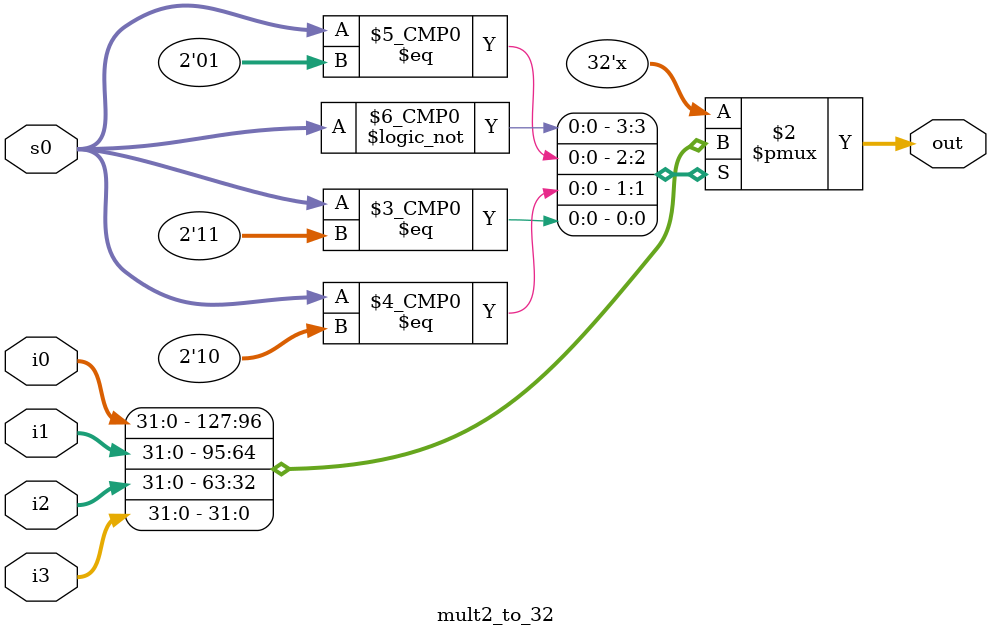
<source format=v>
module mult2_to_32(out, i0,i1,i2,s0,i3);
output [31:0] out;
input [31:0]i0,i1,i2,i3;
input [1:0]s0;

reg  [31:0]  out;
wire[1:0] s0;
wire[31:0] i0,i1,i2,i3;

always @( s0 or i0 or i1 or i2)
begin
   case( s0 )
       2'b00 : out = i0;
       2'b01 : out = i1;
       2'b10 : out = i2;
       2'b11 : out = i3;
     
   endcase
end

endmodule

</source>
